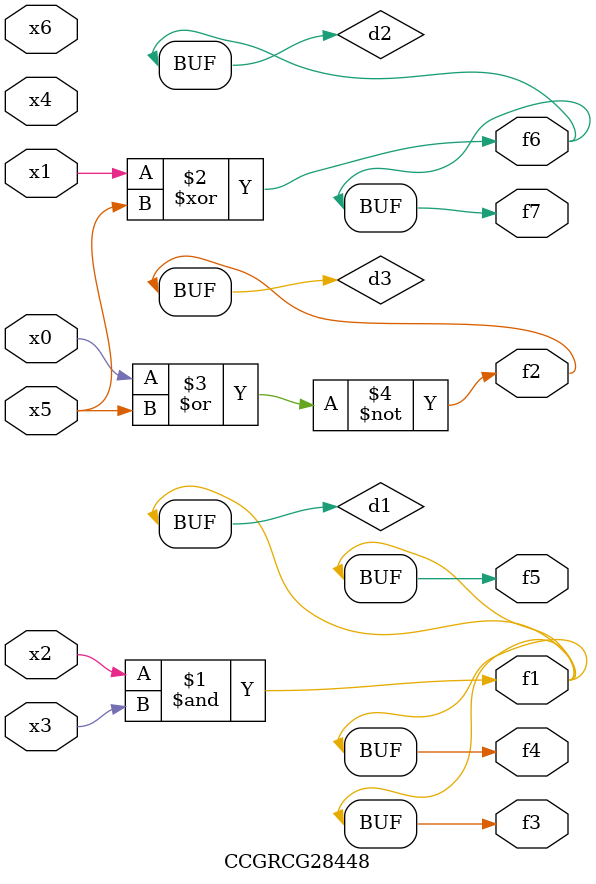
<source format=v>
module CCGRCG28448(
	input x0, x1, x2, x3, x4, x5, x6,
	output f1, f2, f3, f4, f5, f6, f7
);

	wire d1, d2, d3;

	and (d1, x2, x3);
	xor (d2, x1, x5);
	nor (d3, x0, x5);
	assign f1 = d1;
	assign f2 = d3;
	assign f3 = d1;
	assign f4 = d1;
	assign f5 = d1;
	assign f6 = d2;
	assign f7 = d2;
endmodule

</source>
